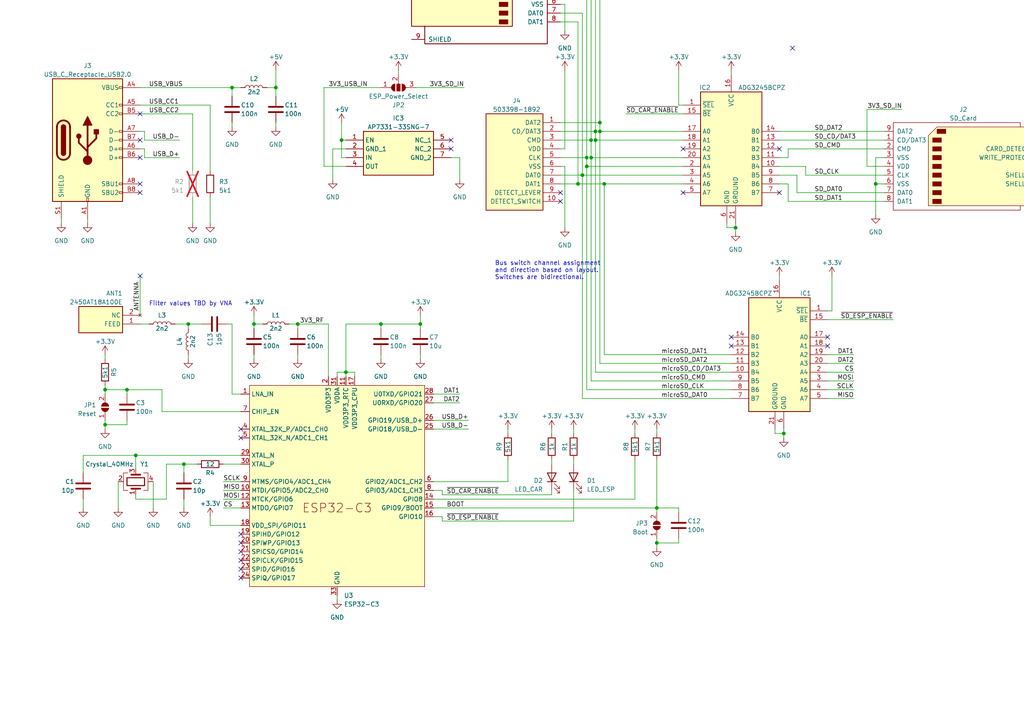
<source format=kicad_sch>
(kicad_sch (version 20230121) (generator eeschema)
  (paper "A4")
  (title_block (title "WiFi SD Adapter") (date "2024-02-13") (rev "v2.3.0") (company "Author: Max Zuidberg") (comment 1 "License: CERN-OHL-W v2 or later"))
  (lib_symbols
    (symbol "Connector:Micro_SD_Card" (pin_names (offset 1.016))
      (property "Reference" "J" (at -16.51 15.24 0))
      (property "Value" "Micro_SD_Card" (at 16.51 15.24 0))
      (symbol "Micro_SD_Card_1_1"
        (pin bidirectional line (at -22.86 7.62 0) (length 3.81) (name "DAT2") (number "1"))
        (pin bidirectional line (at -22.86 5.08 0) (length 3.81) (name "DAT3/CD") (number "2"))
        (pin input line (at -22.86 2.54 0) (length 3.81) (name "CMD") (number "3"))
        (pin power_in line (at -22.86 0 0) (length 3.81) (name "VDD") (number "4"))
        (pin input line (at -22.86 -2.54 0) (length 3.81) (name "CLK") (number "5"))
        (pin power_in line (at -22.86 -5.08 0) (length 3.81) (name "VSS") (number "6"))
        (pin bidirectional line (at -22.86 -7.62 0) (length 3.81) (name "DAT0") (number "7"))
        (pin bidirectional line (at -22.86 -10.16 0) (length 3.81) (name "DAT1") (number "8"))
        (pin passive line (at 20.32 -15.24 180) (length 3.81) (name "SHIELD") (number "9"))
      )
    )
    (symbol "Connector:SD_Card" (pin_names (offset 1.016))
      (property "Reference" "J" (at -16.51 13.97 0))
      (property "Value" "SD_Card" (at 15.24 -13.97 0))
      (symbol "SD_Card_1_1"
        (pin input line (at -22.86 7.62 0) (length 2.54) (name "CD/DAT3") (number "1"))
        (pin input line (at 22.86 5.08 180) (length 2.54) (name "CARD_DETECT") (number "10"))
        (pin input line (at 22.86 2.54 180) (length 2.54) (name "WRITE_PROTECT") (number "11"))
        (pin input line (at 22.86 -2.54 180) (length 2.54) (name "SHELL1") (number "12"))
        (pin input line (at 22.86 -5.08 180) (length 2.54) (name "SHELL2") (number "13"))
        (pin input line (at -22.86 5.08 0) (length 2.54) (name "CMD") (number "2"))
        (pin power_in line (at -22.86 2.54 0) (length 2.54) (name "VSS") (number "3"))
        (pin power_in line (at -22.86 0 0) (length 2.54) (name "VDD") (number "4"))
        (pin input line (at -22.86 -2.54 0) (length 2.54) (name "CLK") (number "5"))
        (pin power_in line (at -22.86 -5.08 0) (length 2.54) (name "VSS") (number "6"))
        (pin input line (at -22.86 -7.62 0) (length 2.54) (name "DAT0") (number "7"))
        (pin input line (at -22.86 -10.16 0) (length 2.54) (name "DAT1") (number "8"))
        (pin input line (at -22.86 10.16 0) (length 2.54) (name "DAT2") (number "9"))
      )
    )
    (symbol "Connector:USB_C_Receptacle_USB2.0" (pin_names (offset 1.016))
      (property "Reference" "J" (at -10.16 19.05 0))
      (property "Value" "USB_C_Receptacle_USB2.0" (at 19.05 19.05 0))
      (symbol "USB_C_Receptacle_USB2.0_1_1"
        (pin passive line (at 0 -22.86 90) (length 5.08) (name "GND") (number "A1"))
        (pin passive line (at 0 -22.86 90) (length 5.08) hide (name "GND") (number "A12"))
        (pin passive line (at 15.24 15.24 180) (length 5.08) (name "VBUS") (number "A4"))
        (pin bidirectional line (at 15.24 10.16 180) (length 5.08) (name "CC1") (number "A5"))
        (pin bidirectional line (at 15.24 -2.54 180) (length 5.08) (name "D+") (number "A6"))
        (pin bidirectional line (at 15.24 2.54 180) (length 5.08) (name "D-") (number "A7"))
        (pin bidirectional line (at 15.24 -12.7 180) (length 5.08) (name "SBU1") (number "A8"))
        (pin passive line (at 15.24 15.24 180) (length 5.08) hide (name "VBUS") (number "A9"))
        (pin passive line (at 0 -22.86 90) (length 5.08) hide (name "GND") (number "B1"))
        (pin passive line (at 0 -22.86 90) (length 5.08) hide (name "GND") (number "B12"))
        (pin passive line (at 15.24 15.24 180) (length 5.08) hide (name "VBUS") (number "B4"))
        (pin bidirectional line (at 15.24 7.62 180) (length 5.08) (name "CC2") (number "B5"))
        (pin bidirectional line (at 15.24 -5.08 180) (length 5.08) (name "D+") (number "B6"))
        (pin bidirectional line (at 15.24 0 180) (length 5.08) (name "D-") (number "B7"))
        (pin bidirectional line (at 15.24 -15.24 180) (length 5.08) (name "SBU2") (number "B8"))
        (pin passive line (at 15.24 15.24 180) (length 5.08) hide (name "VBUS") (number "B9"))
        (pin passive line (at -7.62 -22.86 90) (length 5.08) (name "SHIELD") (number "S1"))
      )
    )
    (symbol "Device:C" (pin_numbers hide) (pin_names (offset 0.254))
      (property "Reference" "C" (at 0.635 2.54 0))
      (property "Value" "C" (at 0.635 -2.54 0))
      (symbol "C_1_1"
        (pin passive line (at 0 3.81 270) (length 2.794) (name "~") (number "1"))
        (pin passive line (at 0 -3.81 90) (length 2.794) (name "~") (number "2"))
      )
    )
    (symbol "Device:Crystal_GND24" (pin_names (offset 1.016) hide)
      (property "Reference" "Y" (at 3.175 5.08 0))
      (property "Value" "Crystal_GND24" (at 3.175 3.175 0))
      (symbol "Crystal_GND24_1_1"
        (pin passive line (at -3.81 0 0) (length 1.27) (name "1") (number "1"))
        (pin passive line (at 0 5.08 270) (length 1.27) (name "2") (number "2"))
        (pin passive line (at 3.81 0 180) (length 1.27) (name "3") (number "3"))
        (pin passive line (at 0 -5.08 90) (length 1.27) (name "4") (number "4"))
      )
    )
    (symbol "Device:L" (pin_numbers hide) (pin_names (offset 1.016) hide)
      (property "Reference" "L" (at -1.27 0 90))
      (property "Value" "L" (at 1.905 0 90))
      (symbol "L_1_1"
        (pin passive line (at 0 3.81 270) (length 1.27) (name "1") (number "1"))
        (pin passive line (at 0 -3.81 90) (length 1.27) (name "2") (number "2"))
      )
    )
    (symbol "Device:LED" (pin_numbers hide) (pin_names (offset 1.016) hide)
      (property "Reference" "D" (at 0 2.54 0))
      (property "Value" "LED" (at 0 -2.54 0))
      (symbol "LED_1_1"
        (pin passive line (at -3.81 0 0) (length 2.54) (name "K") (number "1"))
        (pin passive line (at 3.81 0 180) (length 2.54) (name "A") (number "2"))
      )
    )
    (symbol "Device:R" (pin_numbers hide) (pin_names (offset 0))
      (property "Reference" "R" (at 2.032 0 90))
      (property "Value" "R" (at 0 0 90))
      (symbol "R_1_1"
        (pin passive line (at 0 3.81 270) (length 1.27) (name "~") (number "1"))
        (pin passive line (at 0 -3.81 90) (length 1.27) (name "~") (number "2"))
      )
    )
    (symbol "Jumper:SolderJumper_2_Open" (pin_names (offset 0) hide)
      (property "Reference" "JP" (at 0 2.032 0))
      (property "Value" "SolderJumper_2_Open" (at 0 -2.54 0))
      (symbol "SolderJumper_2_Open_1_1"
        (pin passive line (at -3.81 0 0) (length 2.54) (name "A") (number "1"))
        (pin passive line (at 3.81 0 180) (length 2.54) (name "B") (number "2"))
      )
    )
    (symbol "Jumper:SolderJumper_3_Open" (pin_names (offset 0) hide)
      (property "Reference" "JP" (at -2.54 -2.54 0))
      (property "Value" "SolderJumper_3_Open" (at 0 2.794 0))
      (symbol "SolderJumper_3_Open_1_1"
        (pin passive line (at -5.08 0 0) (length 2.54) (name "A") (number "1"))
        (pin passive line (at 0 -3.81 90) (length 2.54) (name "C") (number "2"))
        (pin passive line (at 5.08 0 180) (length 2.54) (name "B") (number "3"))
      )
    )
    (symbol "PCM_Espressif:ESP32-C3"
      (property "Reference" "U" (at -25.4 35.56 0))
      (property "Value" "ESP32-C3" (at -25.4 33.02 0))
      (symbol "ESP32-C3_0_0"
        (text "ESP32-C3" (at 0 -5.08 0) (effects (font (size 2.54 2.54))))
        (pin bidirectional line (at -27.94 27.94 0) (length 2.54) (name "LNA_IN") (number "1"))
        (pin bidirectional line (at -27.94 0 0) (length 2.54) (name "MTDI/GPIO5/ADC2_CH0") (number "10"))
        (pin power_in line (at 2.54 33.02 270) (length 2.54) (name "VDD3P3_RTC") (number "11"))
        (pin bidirectional line (at -27.94 -2.54 0) (length 2.54) (name "MTCK/GPIO6") (number "12"))
        (pin bidirectional line (at -27.94 -5.08 0) (length 2.54) (name "MTDO/GPIO7") (number "13"))
        (pin bidirectional line (at 27.94 -2.54 180) (length 2.54) (name "GPIO8") (number "14"))
        (pin bidirectional line (at 27.94 -5.08 180) (length 2.54) (name "GPIO9/BOOT") (number "15"))
        (pin bidirectional line (at 27.94 -7.62 180) (length 2.54) (name "GPIO10") (number "16"))
        (pin power_in line (at 5.08 33.02 270) (length 2.54) (name "VDD3P3_CPU") (number "17"))
        (pin bidirectional line (at -27.94 -10.16 0) (length 2.54) (name "VDD_SPI/GPIO11") (number "18"))
        (pin bidirectional line (at -27.94 -12.7 0) (length 2.54) (name "SPIHD/GPIO12") (number "19"))
        (pin power_in line (at -2.54 33.02 270) (length 2.54) (name "VDD3P3") (number "2"))
        (pin bidirectional line (at -27.94 -15.24 0) (length 2.54) (name "SPIWP/GPIO13") (number "20"))
        (pin bidirectional line (at -27.94 -17.78 0) (length 2.54) (name "SPICS0/GPIO14") (number "21"))
        (pin bidirectional line (at -27.94 -20.32 0) (length 2.54) (name "SPICLK/GPIO15") (number "22"))
        (pin bidirectional line (at -27.94 -22.86 0) (length 2.54) (name "SPID/GPIO16") (number "23"))
        (pin bidirectional line (at -27.94 -25.4 0) (length 2.54) (name "SPIQ/GPIO17") (number "24"))
        (pin bidirectional line (at 27.94 17.78 180) (length 2.54) (name "GPIO18/USB_D-") (number "25"))
        (pin bidirectional line (at 27.94 20.32 180) (length 2.54) (name "GPIO19/USB_D+") (number "26"))
        (pin bidirectional line (at 27.94 25.4 180) (length 2.54) (name "U0RXD/GPIO20") (number "27"))
        (pin bidirectional line (at 27.94 27.94 180) (length 2.54) (name "U0TXD/GPIO21") (number "28"))
        (pin output line (at -27.94 10.16 0) (length 2.54) (name "XTAL_N") (number "29"))
        (pin input line (at -27.94 7.62 0) (length 2.54) (name "XTAL_P") (number "30"))
        (pin power_in line (at 0 33.02 270) (length 2.54) (name "VDDA") (number "31"))
        (pin power_in line (at 0 -30.48 90) (length 2.54) (name "GND") (number "33"))
        (pin output line (at -27.94 17.78 0) (length 2.54) (name "XTAL_32K_P/ADC1_CH0") (number "4"))
        (pin input line (at -27.94 15.24 0) (length 2.54) (name "XTAL_32K_N/ADC1_CH1") (number "5"))
        (pin bidirectional line (at 27.94 2.54 180) (length 2.54) (name "GPIO2/ADC1_CH2") (number "6"))
        (pin input line (at -27.94 22.86 0) (length 2.54) (name "CHIP_EN") (number "7"))
        (pin bidirectional line (at 27.94 0 180) (length 2.54) (name "GPIO3/ADC1_CH3") (number "8"))
        (pin bidirectional line (at -27.94 2.54 0) (length 2.54) (name "MTMS/GPIO4/ADC1_CH4") (number "9"))
      )
      (symbol "ESP32-C3_0_1"
        (pin passive line (at -2.54 33.02 270) (length 2.54) hide (name "VDD3P3") (number "3"))
        (pin passive line (at 0 33.02 270) (length 2.54) hide (name "VDDA") (number "32"))
      )
    )
    (symbol "SamacSys_Parts:2450AT14A0100T"
      (property "Reference" "ANT" (at 19.05 7.62 0))
      (property "Value" "2450AT14A0100T" (at 19.05 5.08 0))
      (symbol "2450AT14A0100T_1_1"
        (pin input line (at 0 0 0) (length 5.08) (name "FEED") (number "1"))
        (pin no_connect line (at 0 -2.54 0) (length 5.08) (name "NC") (number "2"))
      )
    )
    (symbol "SamacSys_Parts:503398-1892"
      (property "Reference" "J" (at 8.89 6.35 0))
      (property "Value" "503398-1892" (at -6.35 16.51 0))
      (symbol "503398-1892_1_1"
        (pin passive line (at 12.7 11.43 180) (length 5.08) (name "DAT2") (number "1"))
        (pin passive line (at 12.7 -11.43 180) (length 5.08) (name "DETECT_SWITCH") (number "10"))
        (pin passive line (at 12.7 8.89 180) (length 5.08) (name "CD/DAT3") (number "2"))
        (pin passive line (at 12.7 6.35 180) (length 5.08) (name "CMD") (number "3"))
        (pin passive line (at 12.7 3.81 180) (length 5.08) (name "VDD") (number "4"))
        (pin passive line (at 12.7 1.27 180) (length 5.08) (name "CLK") (number "5"))
        (pin passive line (at 12.7 -1.27 180) (length 5.08) (name "VSS") (number "6"))
        (pin passive line (at 12.7 -3.81 180) (length 5.08) (name "DAT0") (number "7"))
        (pin passive line (at 12.7 -6.35 180) (length 5.08) (name "DAT1") (number "8"))
        (pin passive line (at 12.7 -8.89 180) (length 5.08) (name "DETECT_LEVER") (number "9"))
      )
    )
    (symbol "SamacSys_Parts:ADG3245BCPZ"
      (property "Reference" "IC" (at -7.62 22.86 0))
      (property "Value" "ADG3245BCPZ" (at 1.27 22.86 0))
      (symbol "ADG3245BCPZ_1_1"
        (pin passive line (at -13.97 16.51 0) (length 5.08) (name "~{SEL}") (number "1"))
        (pin passive line (at 13.97 -1.27 180) (length 5.08) (name "B4") (number "10"))
        (pin passive line (at 13.97 1.27 180) (length 5.08) (name "B3") (number "11"))
        (pin passive line (at 13.97 3.81 180) (length 5.08) (name "B2") (number "12"))
        (pin passive line (at 13.97 6.35 180) (length 5.08) (name "B1") (number "13"))
        (pin passive line (at 13.97 8.89 180) (length 5.08) (name "B0") (number "14"))
        (pin passive line (at -13.97 13.97 0) (length 5.08) (name "~{BE}") (number "15"))
        (pin passive line (at 0 25.4 270) (length 5.08) (name "VCC") (number "16"))
        (pin passive line (at -13.97 8.89 0) (length 5.08) (name "A0") (number "17"))
        (pin passive line (at -13.97 6.35 0) (length 5.08) (name "A1") (number "18"))
        (pin passive line (at -13.97 3.81 0) (length 5.08) (name "A2") (number "19"))
        (pin passive line (at -13.97 -1.27 0) (length 5.08) (name "A4") (number "2"))
        (pin passive line (at -13.97 1.27 0) (length 5.08) (name "A3") (number "20"))
        (pin passive line (at 1.27 -17.78 90) (length 5.08) (name "GROUND") (number "21"))
        (pin passive line (at -13.97 -3.81 0) (length 5.08) (name "A5") (number "3"))
        (pin passive line (at -13.97 -6.35 0) (length 5.08) (name "A6") (number "4"))
        (pin passive line (at -13.97 -8.89 0) (length 5.08) (name "A7") (number "5"))
        (pin passive line (at -1.27 -17.78 90) (length 5.08) (name "GND") (number "6"))
        (pin passive line (at 13.97 -8.89 180) (length 5.08) (name "B7") (number "7"))
        (pin passive line (at 13.97 -6.35 180) (length 5.08) (name "B6") (number "8"))
        (pin passive line (at 13.97 -3.81 180) (length 5.08) (name "B5") (number "9"))
      )
    )
    (symbol "SamacSys_Parts:AP7331-33SNG-7"
      (property "Reference" "IC" (at 26.67 7.62 0))
      (property "Value" "AP7331-33SNG-7" (at 26.67 5.08 0))
      (symbol "AP7331-33SNG-7_1_1"
        (pin passive line (at 0 0 0) (length 5.08) (name "EN") (number "1"))
        (pin passive line (at 0 -2.54 0) (length 5.08) (name "GND_1") (number "2"))
        (pin passive line (at 0 -5.08 0) (length 5.08) (name "IN") (number "3"))
        (pin passive line (at 0 -7.62 0) (length 5.08) (name "OUT") (number "4"))
        (pin passive line (at 30.48 0 180) (length 5.08) (name "NC_1") (number "5"))
        (pin passive line (at 30.48 -2.54 180) (length 5.08) (name "NC_2") (number "6"))
        (pin passive line (at 30.48 -5.08 180) (length 5.08) (name "GND_2") (number "7"))
      )
    )
    (symbol "power:+3.3V" (power) (pin_names (offset 0))
      (property "Value" "+3.3V" (at 0 3.556 0))
      (symbol "+3.3V_1_1"
        (pin power_in line (at 0 0 90) (length 0) hide (name "+3.3V") (number "1"))
      )
    )
    (symbol "power:+5V" (power) (pin_names (offset 0))
      (property "Value" "+5V" (at 0 3.556 0))
      (symbol "+5V_1_1"
        (pin power_in line (at 0 0 90) (length 0) hide (name "+5V") (number "1"))
      )
    )
    (symbol "power:GND" (power) (pin_names (offset 0))
      (property "Value" "GND" (at 0 -3.81 0))
      (symbol "GND_1_1"
        (pin power_in line (at 0 0 270) (length 0) hide (name "GND") (number "1"))
      )
    )
  )
  (junction (at 54.61 93.98))
  (junction (at 53.34 134.62))
  (junction (at 190.5 147.32))
  (junction (at 173.99 38.1))
  (junction (at 172.72 38.1))
  (junction (at 36.83 113.03))
  (junction (at 100.33 107.95))
  (junction (at 39.37 132.08))
  (junction (at 172.72 40.64))
  (junction (at 168.91 50.8))
  (junction (at 171.45 45.72))
  (junction (at 254 53.34))
  (junction (at 173.99 35.56))
  (junction (at 110.49 93.98))
  (junction (at 175.26 53.34))
  (junction (at 99.06 40.64))
  (junction (at 170.18 45.72))
  (junction (at 190.5 157.48))
  (junction (at 30.48 123.19))
  (junction (at 73.66 93.98))
  (junction (at 80.01 25.4))
  (junction (at 227.33 125.73))
  (junction (at 86.36 93.98))
  (junction (at 30.48 113.03))
  (junction (at 171.45 40.64))
  (junction (at 213.36 66.04))
  (junction (at 67.31 25.4))
  (junction (at 170.18 48.26))
  (junction (at 121.92 93.98))
  (junction (at 167.64 53.34))
  (no_connect (at 226.06 43.18))
  (no_connect (at 162.56 58.42))
  (no_connect (at 40.64 80.01))
  (no_connect (at 302.26 53.34))
  (no_connect (at 226.06 55.88))
  (no_connect (at 40.64 33.02))
  (no_connect (at 69.85 127))
  (no_connect (at 240.03 97.79))
  (no_connect (at 69.85 160.02))
  (no_connect (at 69.85 165.1))
  (no_connect (at 69.85 167.64))
  (no_connect (at 302.26 45.72))
  (no_connect (at 69.85 154.94))
  (no_connect (at 162.56 55.88))
  (no_connect (at 69.85 157.48))
  (no_connect (at 40.64 53.34))
  (no_connect (at 212.09 97.79))
  (no_connect (at 69.85 124.46))
  (no_connect (at 229.87 13.97))
  (no_connect (at 130.81 40.64))
  (no_connect (at 40.64 45.72))
  (no_connect (at 240.03 100.33))
  (no_connect (at 198.12 55.88))
  (no_connect (at 198.12 43.18))
  (no_connect (at 40.64 40.64))
  (no_connect (at 40.64 55.88))
  (no_connect (at 302.26 50.8))
  (no_connect (at 212.09 100.33))
  (no_connect (at 302.26 43.18))
  (no_connect (at 130.81 43.18))
  (no_connect (at 69.85 162.56))
  (wire (pts (xy 24.13 132.08) (xy 39.37 132.08)))
  (wire (pts (xy 184.15 124.46) (xy 184.15 125.73)))
  (wire (pts (xy 173.99 35.56) (xy 173.99 38.1)))
  (wire (pts (xy 166.37 133.35) (xy 166.37 134.62)))
  (wire (pts (xy 172.72 40.64) (xy 198.12 40.64)))
  (wire (pts (xy 163.83 20.32) (xy 163.83 43.18)))
  (wire (pts (xy 121.92 91.44) (xy 121.92 93.98)))
  (wire (pts (xy 163.83 -16.51) (xy 163.83 -3.81)))
  (wire (pts (xy 228.6 58.42) (xy 228.6 53.34)))
  (wire (pts (xy 36.83 113.03) (xy 36.83 114.3)))
  (wire (pts (xy 86.36 102.87) (xy 86.36 104.14)))
  (wire (pts (xy 83.82 93.98) (xy 86.36 93.98)))
  (wire (pts (xy 39.37 143.51) (xy 39.37 144.78)))
  (wire (pts (xy 60.96 57.15) (xy 60.96 64.77)))
  (wire (pts (xy 196.85 157.48) (xy 190.5 157.48)))
  (wire (pts (xy 125.73 139.7) (xy 147.32 139.7)))
  (wire (pts (xy 67.31 25.4) (xy 69.85 25.4)))
  (wire (pts (xy 190.5 133.35) (xy 190.5 147.32)))
  (wire (pts (xy 228.6 45.72) (xy 228.6 43.18)))
  (wire (pts (xy 163.83 43.18) (xy 162.56 43.18)))
  (wire (pts (xy 97.79 107.95) (xy 97.79 109.22)))
  (wire (pts (xy 227.33 125.73) (xy 227.33 127)))
  (wire (pts (xy 190.5 157.48) (xy 190.5 158.75)))
  (wire (pts (xy 67.31 93.98) (xy 67.31 114.3)))
  (wire (pts (xy 172.72 40.64) (xy 172.72 107.95)))
  (wire (pts (xy 226.06 48.26) (xy 233.68 48.26)))
  (wire (pts (xy 162.56 50.8) (xy 168.91 50.8)))
  (wire (pts (xy 170.18 -1.27) (xy 170.18 45.72)))
  (wire (pts (xy 125.73 144.78) (xy 184.15 144.78)))
  (wire (pts (xy 125.73 124.46) (xy 135.89 124.46)))
  (wire (pts (xy 133.35 45.72) (xy 130.81 45.72)))
  (wire (pts (xy 163.83 1.27) (xy 162.56 1.27)))
  (wire (pts (xy 162.56 38.1) (xy 172.72 38.1)))
  (wire (pts (xy 64.77 147.32) (xy 69.85 147.32)))
  (wire (pts (xy 66.04 93.98) (xy 67.31 93.98)))
  (wire (pts (xy 163.83 48.26) (xy 163.83 66.04)))
  (wire (pts (xy 30.48 102.87) (xy 30.48 104.14)))
  (wire (pts (xy 213.36 64.77) (xy 213.36 66.04)))
  (wire (pts (xy 40.64 93.98) (xy 43.18 93.98)))
  (wire (pts (xy 226.06 38.1) (xy 256.54 38.1)))
  (wire (pts (xy 39.37 132.08) (xy 39.37 135.89)))
  (wire (pts (xy 128.27 151.13) (xy 128.27 149.86)))
  (wire (pts (xy 96.52 43.18) (xy 96.52 52.07)))
  (wire (pts (xy 46.99 113.03) (xy 46.99 119.38)))
  (wire (pts (xy 213.36 66.04) (xy 213.36 67.31)))
  (wire (pts (xy 99.06 35.56) (xy 99.06 40.64)))
  (wire (pts (xy 64.77 144.78) (xy 69.85 144.78)))
  (wire (pts (xy 60.96 149.86) (xy 60.96 152.4)))
  (wire (pts (xy 175.26 53.34) (xy 198.12 53.34)))
  (wire (pts (xy 30.48 124.46) (xy 30.48 123.19)))
  (wire (pts (xy 171.45 40.64) (xy 171.45 45.72)))
  (wire (pts (xy 163.83 48.26) (xy 162.56 48.26)))
  (wire (pts (xy 115.57 20.32) (xy 115.57 21.59)))
  (wire (pts (xy 254 53.34) (xy 254 45.72)))
  (wire (pts (xy 86.36 93.98) (xy 86.36 95.25)))
  (wire (pts (xy 40.64 43.18) (xy 41.91 43.18)))
  (wire (pts (xy 60.96 30.48) (xy 60.96 49.53)))
  (wire (pts (xy 30.48 114.3) (xy 30.48 113.03)))
  (wire (pts (xy 121.92 93.98) (xy 110.49 93.98)))
  (wire (pts (xy 147.32 124.46) (xy 147.32 125.73)))
  (wire (pts (xy 102.87 107.95) (xy 102.87 109.22)))
  (wire (pts (xy 48.26 134.62) (xy 53.34 134.62)))
  (wire (pts (xy 53.34 144.78) (xy 53.34 147.32)))
  (wire (pts (xy 162.56 -3.81) (xy 163.83 -3.81)))
  (wire (pts (xy 162.56 -8.89) (xy 172.72 -8.89)))
  (wire (pts (xy 24.13 144.78) (xy 24.13 147.32)))
  (wire (pts (xy 41.91 40.64) (xy 52.07 40.64)))
  (wire (pts (xy 190.5 124.46) (xy 190.5 125.73)))
  (wire (pts (xy 55.88 33.02) (xy 55.88 49.53)))
  (wire (pts (xy 256.54 48.26) (xy 251.46 48.26)))
  (wire (pts (xy 110.49 93.98) (xy 100.33 93.98)))
  (wire (pts (xy 162.56 53.34) (xy 167.64 53.34)))
  (wire (pts (xy 133.35 45.72) (xy 133.35 52.07)))
  (wire (pts (xy 17.78 63.5) (xy 17.78 64.77)))
  (wire (pts (xy 100.33 107.95) (xy 100.33 109.22)))
  (wire (pts (xy 55.88 57.15) (xy 55.88 64.77)))
  (wire (pts (xy 128.27 143.51) (xy 160.02 143.51)))
  (wire (pts (xy 64.77 139.7) (xy 69.85 139.7)))
  (wire (pts (xy 30.48 121.92) (xy 30.48 123.19)))
  (wire (pts (xy 73.66 93.98) (xy 76.2 93.98)))
  (wire (pts (xy 256.54 55.88) (xy 231.14 55.88)))
  (wire (pts (xy 162.56 3.81) (xy 168.91 3.81)))
  (wire (pts (xy 196.85 30.48) (xy 198.12 30.48)))
  (wire (pts (xy 93.98 25.4) (xy 93.98 48.26)))
  (wire (pts (xy 80.01 35.56) (xy 80.01 36.83)))
  (wire (pts (xy 224.79 125.73) (xy 227.33 125.73)))
  (wire (pts (xy 41.91 45.72) (xy 52.07 45.72)))
  (wire (pts (xy 231.14 55.88) (xy 231.14 50.8)))
  (wire (pts (xy 167.64 6.35) (xy 167.64 53.34)))
  (wire (pts (xy 168.91 50.8) (xy 168.91 115.57)))
  (wire (pts (xy 190.5 148.59) (xy 190.5 147.32)))
  (wire (pts (xy 125.73 121.92) (xy 135.89 121.92)))
  (wire (pts (xy 34.29 139.7) (xy 34.29 147.32)))
  (wire (pts (xy 39.37 132.08) (xy 69.85 132.08)))
  (wire (pts (xy 73.66 102.87) (xy 73.66 104.14)))
  (wire (pts (xy 240.03 107.95) (xy 247.65 107.95)))
  (wire (pts (xy 41.91 43.18) (xy 41.91 45.72)))
  (wire (pts (xy 110.49 102.87) (xy 110.49 104.14)))
  (wire (pts (xy 80.01 25.4) (xy 80.01 27.94)))
  (wire (pts (xy 73.66 95.25) (xy 73.66 93.98)))
  (wire (pts (xy 173.99 38.1) (xy 198.12 38.1)))
  (wire (pts (xy 181.61 33.02) (xy 198.12 33.02)))
  (wire (pts (xy 240.03 92.71) (xy 259.08 92.71)))
  (wire (pts (xy 100.33 107.95) (xy 97.79 107.95)))
  (wire (pts (xy 240.03 102.87) (xy 247.65 102.87)))
  (wire (pts (xy 162.56 45.72) (xy 170.18 45.72)))
  (wire (pts (xy 60.96 30.48) (xy 40.64 30.48)))
  (wire (pts (xy 254 53.34) (xy 254 62.23)))
  (wire (pts (xy 54.61 93.98) (xy 58.42 93.98)))
  (wire (pts (xy 36.83 123.19) (xy 30.48 123.19)))
  (wire (pts (xy 256.54 50.8) (xy 233.68 50.8)))
  (wire (pts (xy 40.64 25.4) (xy 67.31 25.4)))
  (wire (pts (xy 254 53.34) (xy 256.54 53.34)))
  (wire (pts (xy 110.49 93.98) (xy 110.49 95.25)))
  (wire (pts (xy 173.99 38.1) (xy 173.99 105.41)))
  (wire (pts (xy 95.25 93.98) (xy 95.25 109.22)))
  (wire (pts (xy 67.31 35.56) (xy 67.31 36.83)))
  (wire (pts (xy 93.98 25.4) (xy 110.49 25.4)))
  (wire (pts (xy 162.56 40.64) (xy 171.45 40.64)))
  (wire (pts (xy 170.18 45.72) (xy 170.18 48.26)))
  (wire (pts (xy 24.13 132.08) (xy 24.13 137.16)))
  (wire (pts (xy 166.37 124.46) (xy 166.37 125.73)))
  (wire (pts (xy 96.52 43.18) (xy 100.33 43.18)))
  (wire (pts (xy 241.3 80.01) (xy 241.3 90.17)))
  (wire (pts (xy 100.33 45.72) (xy 99.06 45.72)))
  (wire (pts (xy 228.6 43.18) (xy 256.54 43.18)))
  (wire (pts (xy 251.46 31.75) (xy 261.62 31.75)))
  (wire (pts (xy 251.46 31.75) (xy 251.46 48.26)))
  (wire (pts (xy 120.65 25.4) (xy 134.62 25.4)))
  (wire (pts (xy 102.87 107.95) (xy 100.33 107.95)))
  (wire (pts (xy 53.34 134.62) (xy 53.34 137.16)))
  (wire (pts (xy 240.03 110.49) (xy 247.65 110.49)))
  (wire (pts (xy 55.88 33.02) (xy 40.64 33.02)))
  (wire (pts (xy 196.85 147.32) (xy 196.85 148.59)))
  (wire (pts (xy 160.02 124.46) (xy 160.02 125.73)))
  (wire (pts (xy 256.54 58.42) (xy 228.6 58.42)))
  (wire (pts (xy 173.99 105.41) (xy 212.09 105.41)))
  (wire (pts (xy 210.82 64.77) (xy 210.82 66.04)))
  (wire (pts (xy 240.03 105.41) (xy 247.65 105.41)))
  (wire (pts (xy 97.79 172.72) (xy 97.79 173.99)))
  (wire (pts (xy 226.06 45.72) (xy 228.6 45.72)))
  (wire (pts (xy 41.91 38.1) (xy 41.91 40.64)))
  (wire (pts (xy 175.26 102.87) (xy 212.09 102.87)))
  (wire (pts (xy 227.33 124.46) (xy 227.33 125.73)))
  (wire (pts (xy 39.37 144.78) (xy 48.26 144.78)))
  (wire (pts (xy 162.56 -11.43) (xy 173.99 -11.43)))
  (wire (pts (xy 212.09 20.32) (xy 212.09 21.59)))
  (wire (pts (xy 40.64 38.1) (xy 41.91 38.1)))
  (wire (pts (xy 147.32 133.35) (xy 147.32 139.7)))
  (wire (pts (xy 210.82 66.04) (xy 213.36 66.04)))
  (wire (pts (xy 80.01 20.32) (xy 80.01 25.4)))
  (wire (pts (xy 64.77 134.62) (xy 69.85 134.62)))
  (wire (pts (xy 48.26 144.78) (xy 48.26 134.62)))
  (wire (pts (xy 100.33 93.98) (xy 100.33 107.95)))
  (wire (pts (xy 226.06 53.34) (xy 228.6 53.34)))
  (wire (pts (xy 171.45 -6.35) (xy 171.45 40.64)))
  (wire (pts (xy 254 45.72) (xy 256.54 45.72)))
  (wire (pts (xy 166.37 142.24) (xy 166.37 151.13)))
  (wire (pts (xy 36.83 113.03) (xy 46.99 113.03)))
  (wire (pts (xy 128.27 149.86) (xy 125.73 149.86)))
  (wire (pts (xy 99.06 40.64) (xy 100.33 40.64)))
  (wire (pts (xy 170.18 48.26) (xy 170.18 113.03)))
  (wire (pts (xy 44.45 139.7) (xy 44.45 147.32)))
  (wire (pts (xy 190.5 156.21) (xy 190.5 157.48)))
  (wire (pts (xy 175.26 53.34) (xy 175.26 102.87)))
  (wire (pts (xy 93.98 48.26) (xy 100.33 48.26)))
  (wire (pts (xy 128.27 143.51) (xy 128.27 142.24)))
  (wire (pts (xy 172.72 -8.89) (xy 172.72 38.1)))
  (wire (pts (xy 160.02 142.24) (xy 160.02 143.51)))
  (wire (pts (xy 170.18 48.26) (xy 198.12 48.26)))
  (wire (pts (xy 168.91 115.57) (xy 212.09 115.57)))
  (wire (pts (xy 170.18 113.03) (xy 212.09 113.03)))
  (wire (pts (xy 240.03 115.57) (xy 247.65 115.57)))
  (wire (pts (xy 64.77 142.24) (xy 69.85 142.24)))
  (wire (pts (xy 128.27 151.13) (xy 166.37 151.13)))
  (wire (pts (xy 173.99 -11.43) (xy 173.99 35.56)))
  (wire (pts (xy 54.61 102.87) (xy 54.61 104.14)))
  (wire (pts (xy 233.68 50.8) (xy 233.68 48.26)))
  (wire (pts (xy 125.73 116.84) (xy 133.35 116.84)))
  (wire (pts (xy 240.03 113.03) (xy 247.65 113.03)))
  (wire (pts (xy 50.8 93.98) (xy 54.61 93.98)))
  (wire (pts (xy 54.61 93.98) (xy 54.61 95.25)))
  (wire (pts (xy 226.06 80.01) (xy 226.06 81.28)))
  (wire (pts (xy 40.64 80.01) (xy 40.64 91.44)))
  (wire (pts (xy 196.85 156.21) (xy 196.85 157.48)))
  (wire (pts (xy 60.96 152.4) (xy 69.85 152.4)))
  (wire (pts (xy 160.02 133.35) (xy 160.02 134.62)))
  (wire (pts (xy 196.85 20.32) (xy 196.85 30.48)))
  (wire (pts (xy 226.06 50.8) (xy 231.14 50.8)))
  (wire (pts (xy 168.91 50.8) (xy 198.12 50.8)))
  (wire (pts (xy 53.34 134.62) (xy 57.15 134.62)))
  (wire (pts (xy 172.72 107.95) (xy 212.09 107.95)))
  (wire (pts (xy 128.27 142.24) (xy 125.73 142.24)))
  (wire (pts (xy 190.5 147.32) (xy 196.85 147.32)))
  (wire (pts (xy 67.31 114.3) (xy 69.85 114.3)))
  (wire (pts (xy 167.64 53.34) (xy 175.26 53.34)))
  (wire (pts (xy 73.66 91.44) (xy 73.66 93.98)))
  (wire (pts (xy 125.73 114.3) (xy 133.35 114.3)))
  (wire (pts (xy 224.79 124.46) (xy 224.79 125.73)))
  (wire (pts (xy 162.56 -1.27) (xy 170.18 -1.27)))
  (wire (pts (xy 67.31 27.94) (xy 67.31 25.4)))
  (wire (pts (xy 36.83 121.92) (xy 36.83 123.19)))
  (wire (pts (xy 226.06 40.64) (xy 256.54 40.64)))
  (wire (pts (xy 168.91 3.81) (xy 168.91 50.8)))
  (wire (pts (xy 46.99 119.38) (xy 69.85 119.38)))
  (wire (pts (xy 172.72 38.1) (xy 172.72 40.64)))
  (wire (pts (xy 121.92 102.87) (xy 121.92 104.14)))
  (wire (pts (xy 121.92 93.98) (xy 121.92 95.25)))
  (wire (pts (xy 241.3 90.17) (xy 240.03 90.17)))
  (wire (pts (xy 171.45 110.49) (xy 212.09 110.49)))
  (wire (pts (xy 171.45 45.72) (xy 198.12 45.72)))
  (wire (pts (xy 86.36 93.98) (xy 95.25 93.98)))
  (wire (pts (xy 25.4 63.5) (xy 25.4 64.77)))
  (wire (pts (xy 30.48 111.76) (xy 30.48 113.03)))
  (wire (pts (xy 77.47 25.4) (xy 80.01 25.4)))
  (wire (pts (xy 36.83 113.03) (xy 30.48 113.03)))
  (wire (pts (xy 184.15 133.35) (xy 184.15 144.78)))
  (wire (pts (xy 163.83 1.27) (xy 163.83 8.89)))
  (wire (pts (xy 162.56 35.56) (xy 173.99 35.56)))
  (wire (pts (xy 167.64 6.35) (xy 162.56 6.35)))
  (wire (pts (xy 99.06 40.64) (xy 99.06 45.72)))
  (wire (pts (xy 162.56 -6.35) (xy 171.45 -6.35)))
  (wire (pts (xy 125.73 147.32) (xy 190.5 147.32)))
  (wire (pts (xy 171.45 45.72) (xy 171.45 110.49)))
  (text "Bus switch channel assignment \nand direction based on layout. \nSwitches are bidirectional. " (at 143.51 81.28 0) (effects (font (size 1.27 1.27)) (justify left bottom)))
  (text "Filter values TBD by VNA" (at 43.18 88.9 0) (effects (font (size 1.27 1.27)) (justify left bottom)))
  (label "USB_D+" (at 135.89 121.92 180))
  (label "SCLK" (at 247.65 113.03 180))
  (label "USB_D-" (at 135.89 124.46 180))
  (label "~{SD_CAR_ENABLE}" (at 181.61 33.02 0))
  (label "CS" (at 64.77 147.32 0))
  (label "ANTENNA" (at 40.64 90.17 90))
  (label "~{SD_ESP_ENABLE}" (at 144.78 151.13 180))
  (label "microSD_CLK" (at 191.77 113.03 0))
  (label "MOSI" (at 247.65 110.49 180))
  (label "SD_DAT2" (at 236.22 38.1 0))
  (label "3V3_SD_IN" (at 134.62 25.4 180))
  (label "USB_VBUS" (at 43.18 25.4 0))
  (label "3V3_SD_IN" (at 261.62 31.75 180))
  (label "DAT2" (at 247.65 105.41 180))
  (label "USB_D+" (at 52.07 45.72 180))
  (label "SD_CLK" (at 236.22 50.8 0))
  (label "MISO" (at 64.77 142.24 0))
  (label "DAT1" (at 247.65 102.87 180))
  (label "SCLK" (at 64.77 139.7 0))
  (label "MOSI" (at 64.77 144.78 0))
  (label "microSD_DAT2" (at 191.77 105.41 0))
  (label "SD_CMD" (at 236.22 43.18 0))
  (label "microSD_DAT0" (at 191.77 115.57 0))
  (label "microSD_DAT1" (at 191.77 102.87 0))
  (label "SD_CD{slash}DAT3" (at 236.22 40.64 0))
  (label "USB_D-" (at 52.07 40.64 180))
  (label "3V3_RF" (at 93.98 93.98 180))
  (label "SD_DAT0" (at 236.22 55.88 0))
  (label "~{SD_ESP_ENABLE}" (at 259.08 92.71 180))
  (label "SD_DAT1" (at 236.22 58.42 0))
  (label "microSD_CD{slash}DAT3" (at 191.77 107.95 0))
  (label "~{SD_CAR_ENABLE}" (at 144.78 143.51 180))
  (label "DAT1" (at 133.35 114.3 180))
  (label "microSD_CMD" (at 191.77 110.49 0))
  (label "BOOT" (at 129.54 147.32 0))
  (label "USB_CC2" (at 43.18 33.02 0))
  (label "3V3_USB_IN" (at 95.25 25.4 0))
  (label "MISO" (at 247.65 115.57 180))
  (label "CS" (at 247.65 107.95 180))
  (label "DAT2" (at 133.35 116.84 180))
  (label "USB_CC1" (at 43.18 30.48 0))
  (symbol (lib_id "power:GND") (at 54.61 104.14 0) (unit 1)
    (property "Reference" "#PWR038" (effects hide))
    (property "Value" "GND" (at 54.61 109.22 0))
  )
  (symbol (lib_id "power:+3.3V") (at 147.32 124.46 0) (unit 1)
    (property "Reference" "#PWR040" (effects hide))
    (property "Value" "+3.3V" (at 147.32 120.65 0))
  )
  (symbol (lib_id "power:+5V") (at 80.01 20.32 0) (unit 1)
    (property "Reference" "#PWR020" (effects hide))
    (property "Value" "+5V" (at 80.01 16.51 0))
  )
  (symbol (lib_id "Device:R") (at 190.5 129.54 180) (unit 1)
    (property "Reference" "R7" (at 187.96 129.54 90))
    (property "Value" "5k1" (at 190.5 129.54 90))
    (property "Footprint" "Resistor_SMD:R_0603_1608Metric" (effects hide))
  )
  (symbol (lib_id "power:+3.3V") (at 184.15 124.46 0) (unit 1)
    (property "Reference" "#PWR039" (effects hide))
    (property "Value" "+3.3V" (at 184.15 120.65 0))
  )
  (symbol (lib_id "power:+3.3V") (at 241.3 80.01 0) (mirror y) (unit 1)
    (property "Reference" "#PWR031" (effects hide))
    (property "Value" "+3.3V" (at 241.3 76.2 0))
  )
  (symbol (lib_id "power:+3.3V") (at 121.92 91.44 0) (unit 1)
    (property "Reference" "#PWR010" (effects hide))
    (property "Value" "+3.3V" (at 121.92 87.63 0))
  )
  (symbol (lib_id "power:+3.3V") (at 190.5 124.46 0) (unit 1)
    (property "Reference" "#PWR014" (effects hide))
    (property "Value" "+3.3V" (at 190.5 120.65 0))
  )
  (symbol (lib_id "power:GND") (at 53.34 147.32 0) (unit 1)
    (property "Reference" "#PWR013" (effects hide))
    (property "Value" "GND" (at 53.34 152.4 0))
  )
  (symbol (lib_id "SamacSys_Parts:503398-1892") (at 149.86 46.99 0) (unit 1)
    (property "Reference" "J4" (at 149.86 29.21 0))
    (property "Value" "503398-1892" (at 149.86 31.75 0))
    (property "Footprint" "SamacSys_Parts:503398-1892" (effects hide))
    (property "Datasheet" "http://www.molex.com/webdocs/datasheets/pdf/en-us//5033981892_MEMORY_CARD_SOCKET.pdf" (effects hide))
    (property "Mouser Part Number" "538-503398-1892" (effects hide))
    (property "Mouser Price/Stock" "https://www.mouser.co.uk/ProductDetail/Molex/503398-1892?qs=b0v8CoHHvSMxV%252BW12iKaSg%3D%3D" (effects hide))
    (property "Manufacturer_Name" "Molex" (effects hide))
    (property "Manufacturer_Part_Number" "503398-1892" (effects hide))
  )
  (symbol (lib_id "Device:C") (at 110.49 99.06 0) (unit 1)
    (property "Reference" "C8" (at 113.03 97.79 0) (effects (justify left)))
    (property "Value" "100n" (at 113.03 100.33 0) (effects (justify left)))
    (property "Footprint" "Capacitor_SMD:C_0603_1608Metric" (effects hide))
    (property "Datasheet" "https://www.mouser.de/ProductDetail/KYOCERA-AVX/0603YC104K4T2A" (effects hide))
  )
  (symbol (lib_id "Device:R") (at 166.37 129.54 180) (unit 1)
    (property "Reference" "R1" (at 163.83 129.54 90))
    (property "Value" "1k" (at 166.37 129.54 90))
    (property "Footprint" "Resistor_SMD:R_0603_1608Metric" (effects hide))
  )
  (symbol (lib_id "power:+3.3V") (at 60.96 149.86 0) (unit 1)
    (property "Reference" "#PWR041" (effects hide))
    (property "Value" "+3.3V" (at 60.96 146.05 0))
  )
  (symbol (lib_id "Device:L") (at 73.66 25.4 90) (unit 1)
    (property "Reference" "L2" (at 73.66 22.86 90))
    (property "Value" "2n2" (at 73.66 26.67 90))
    (property "Footprint" "Inductor_SMD:L_0603_1608Metric" (effects hide))
  )
  (symbol (lib_id "Device:C") (at 73.66 99.06 0) (unit 1)
    (property "Reference" "C5" (at 76.2 97.79 0) (effects (justify left)))
    (property "Value" "100n" (at 76.2 100.33 0) (effects (justify left)))
    (property "Footprint" "Capacitor_SMD:C_0603_1608Metric" (effects hide))
    (property "Datasheet" "https://www.mouser.de/ProductDetail/KYOCERA-AVX/0603YC104K4T2A" (effects hide))
  )
  (symbol (lib_id "Device:C") (at 196.85 152.4 0) (unit 1)
    (property "Reference" "C12" (at 199.39 151.13 0) (effects (justify left)))
    (property "Value" "100n" (at 199.39 153.67 0) (effects (justify left)))
    (property "Footprint" "Capacitor_SMD:C_0603_1608Metric" (effects hide))
    (property "Datasheet" "https://www.mouser.de/ProductDetail/KYOCERA-AVX/0603YC104K4T2A" (effects hide))
  )
  (symbol (lib_id "power:+5V") (at 99.06 35.56 0) (mirror y) (unit 1)
    (property "Reference" "#PWR021" (effects hide))
    (property "Value" "+5V" (at 99.06 31.75 0))
  )
  (symbol (lib_id "power:GND") (at 55.88 64.77 0) (unit 1)
    (property "Reference" "#PWR018" (effects hide))
    (property "Value" "GND" (at 55.88 69.85 0))
  )
  (symbol (lib_id "Device:C") (at 36.83 118.11 0) (unit 1)
    (property "Reference" "C3" (at 39.37 116.84 0) (effects (justify left)))
    (property "Value" "100n" (at 39.37 119.38 0) (effects (justify left)))
    (property "Footprint" "Capacitor_SMD:C_0603_1608Metric" (effects hide))
    (property "Datasheet" "https://www.mouser.de/ProductDetail/KYOCERA-AVX/0603YC104K4T2A" (effects hide))
  )
  (symbol (lib_id "Device:C") (at 62.23 93.98 90) (mirror x) (unit 1)
    (property "Reference" "C13" (at 60.96 96.52 0) (effects (justify left)))
    (property "Value" "1p5" (at 63.5 96.52 0) (effects (justify left)))
    (property "Footprint" "Capacitor_SMD:C_0402_1005Metric" (effects hide))
    (property "Datasheet" "https://www.mouser.de/ProductDetail/KYOCERA-AVX/0603YA100K4T2A" (effects hide))
  )
  (symbol (lib_id "power:GND") (at 190.5 158.75 0) (mirror y) (unit 1)
    (property "Reference" "#PWR035" (effects hide))
    (property "Value" "GND" (at 190.5 163.83 0))
  )
  (symbol (lib_id "power:+3.3V") (at 166.37 124.46 0) (unit 1)
    (property "Reference" "#PWR034" (effects hide))
    (property "Value" "+3.3V" (at 166.37 120.65 0))
  )
  (symbol (lib_id "SamacSys_Parts:AP7331-33SNG-7") (at 100.33 40.64 0) (unit 1)
    (property "Reference" "IC3" (at 115.57 34.29 0))
    (property "Value" "AP7331-33SNG-7" (at 115.57 36.83 0))
    (property "Footprint" "SamacSys_Parts:AP733133SNG7" (effects hide))
    (property "Datasheet" "https://componentsearchengine.com/Datasheets/1/BCR421UFD-7.pdf" (effects hide))
    (property "Height" "0.63" (effects hide))
    (property "Mouser Part Number" "621-AP7331-33SNG-7" (effects hide))
    (property "Mouser Price/Stock" "https://www.mouser.co.uk/ProductDetail/Diodes-Incorporated/AP7331-33SNG-7?qs=vIZ3oKQCLxo6LMYU1Srd5A%3D%3D" (effects hide))
    (property "Manufacturer_Name" "Diodes Incorporated" (effects hide))
    (property "Manufacturer_Part_Number" "AP7331-33SNG-7" (effects hide))
  )
  (symbol (lib_id "power:GND") (at 34.29 147.32 0) (unit 1)
    (property "Reference" "#PWR09" (effects hide))
    (property "Value" "GND" (at 34.29 152.4 0))
  )
  (symbol (lib_id "Device:R") (at 55.88 53.34 0) (mirror y) (unit 1) (in_bom no) (on_board no) (dnp yes)
    (property "Reference" "R2" (at 53.34 52.705 0) (effects (justify left)))
    (property "Value" "5k1" (at 53.34 55.245 0) (effects (justify left)))
    (property "Footprint" "Resistor_SMD:R_0603_1608Metric" (effects hide))
  )
  (symbol (lib_id "power:GND") (at 121.92 104.14 0) (unit 1)
    (property "Reference" "#PWR029" (effects hide))
    (property "Value" "GND" (at 121.92 109.22 0))
  )
  (symbol (lib_id "power:GND") (at 110.49 104.14 0) (unit 1)
    (property "Reference" "#PWR028" (effects hide))
    (property "Value" "GND" (at 110.49 109.22 0))
  )
  (symbol (lib_id "power:GND") (at 67.31 36.83 0) (unit 1)
    (property "Reference" "#PWR032" (effects hide))
    (property "Value" "GND" (at 67.31 41.91 0))
  )
  (symbol (lib_id "power:GND") (at 86.36 104.14 0) (unit 1)
    (property "Reference" "#PWR026" (effects hide))
    (property "Value" "GND" (at 86.36 109.22 0))
  )
  (symbol (lib_id "power:+3.3V") (at 226.06 80.01 0) (mirror y) (unit 1)
    (property "Reference" "#PWR03" (effects hide))
    (property "Value" "+3.3V" (at 226.06 76.2 0))
  )
  (symbol (lib_id "power:GND") (at 60.96 64.77 0) (unit 1)
    (property "Reference" "#PWR019" (effects hide))
    (property "Value" "GND" (at 60.96 69.85 0))
  )
  (symbol (lib_id "power:+3.3V") (at 73.66 91.44 0) (unit 1)
    (property "Reference" "#PWR027" (effects hide))
    (property "Value" "+3.3V" (at 73.66 87.63 0))
  )
  (symbol (lib_id "power:+3.3V") (at 212.09 20.32 0) (mirror y) (unit 1)
    (property "Reference" "#PWR07" (effects hide))
    (property "Value" "+3.3V" (at 212.09 16.51 0))
  )
  (symbol (lib_id "Device:C") (at 86.36 99.06 0) (unit 1)
    (property "Reference" "C6" (at 88.9 97.79 0) (effects (justify left)))
    (property "Value" "100n" (at 88.9 100.33 0) (effects (justify left)))
    (property "Footprint" "Capacitor_SMD:C_0603_1608Metric" (effects hide))
    (property "Datasheet" "https://www.mouser.de/ProductDetail/KYOCERA-AVX/0603YC104K4T2A" (effects hide))
  )
  (symbol (lib_id "power:+3.3V") (at 30.48 102.87 0) (unit 1)
    (property "Reference" "#PWR030" (effects hide))
    (property "Value" "+3.3V" (at 30.48 99.06 0))
  )
  (symbol (lib_id "Device:L") (at 54.61 99.06 180) (unit 1)
    (property "Reference" "L4" (at 52.07 99.06 90))
    (property "Value" "2n2" (at 55.88 99.06 90))
    (property "Footprint" "Inductor_SMD:L_0402_1005Metric" (effects hide))
  )
  (symbol (lib_id "power:GND") (at 44.45 147.32 0) (unit 1)
    (property "Reference" "#PWR023" (effects hide))
    (property "Value" "GND" (at 44.45 152.4 0))
  )
  (symbol (lib_id "power:+3.3V") (at 196.85 20.32 0) (mirror y) (unit 1)
    (property "Reference" "#PWR036" (effects hide))
    (property "Value" "+3.3V" (at 196.85 16.51 0))
  )
  (symbol (lib_id "power:GND") (at 80.01 36.83 0) (unit 1)
    (property "Reference" "#PWR033" (effects hide))
    (property "Value" "GND" (at 80.01 41.91 0))
  )
  (symbol (lib_id "power:GND") (at 133.35 52.07 0) (unit 1)
    (property "Reference" "#PWR037" (effects hide))
    (property "Value" "GND" (at 133.35 57.15 0))
  )
  (symbol (lib_id "Device:R") (at 30.48 107.95 0) (mirror x) (unit 1)
    (property "Reference" "R5" (at 33.02 107.95 90))
    (property "Value" "5k1" (at 30.48 107.95 90))
    (property "Footprint" "Resistor_SMD:R_0603_1608Metric" (effects hide))
  )
  (symbol (lib_id "Device:R") (at 160.02 129.54 180) (unit 1)
    (property "Reference" "R6" (at 157.48 129.54 90))
    (property "Value" "1k" (at 160.02 129.54 90))
    (property "Footprint" "Resistor_SMD:R_0603_1608Metric" (effects hide))
  )
  (symbol (lib_id "Connector:USB_C_Receptacle_USB2.0") (at 25.4 40.64 0) (unit 1)
    (property "Reference" "J3" (at 25.4 19.05 0))
    (property "Value" "USB_C_Receptacle_USB2.0" (at 25.4 21.59 0))
    (property "Footprint" "WiFi-SD-Adapter-Footprints:USB_C_PCB_Single-Side" (effects hide))
    (property "Datasheet" "https://www.usb.org/sites/default/files/documents/usb_type-c.zip" (effects hide))
  )
  (symbol (lib_id "Jumper:SolderJumper_2_Open") (at 190.5 152.4 90) (unit 1)
    (property "Reference" "JP3" (at 187.96 151.765 90) (effects (justify left)))
    (property "Value" "Boot" (at 187.96 154.305 90) (effects (justify left)))
    (property "Footprint" "Jumper:SolderJumper-2_P1.3mm_Open_RoundedPad1.0x1.5mm" (effects hide))
  )
  (symbol (lib_id "Device:C") (at 67.31 31.75 0) (unit 1)
    (property "Reference" "C10" (at 69.85 30.48 0) (effects (justify left)))
    (property "Value" "100n" (at 69.85 33.02 0) (effects (justify left)))
    (property "Footprint" "Capacitor_SMD:C_0603_1608Metric" (effects hide))
    (property "Datasheet" "https://www.mouser.de/ProductDetail/KYOCERA-AVX/0603YC104K4T2A" (effects hide))
  )
  (symbol (lib_id "SamacSys_Parts:ADG3245BCPZ") (at 212.09 46.99 0) (unit 1)
    (property "Reference" "IC2" (at 204.47 25.4 0))
    (property "Value" "ADG3245BCPZ" (at 220.98 25.4 0))
    (property "Footprint" "SamacSys_Parts:QFN50P400X400X80-21N-D" (effects hide))
    (property "Datasheet" "https://www.analog.com/media/en/technical-documentation/data-sheets/ADG3245.pdf" (effects hide))
    (property "Height" "0.8" (effects hide))
    (property "Manufacturer_Name" "Analog Devices" (effects hide))
    (property "Manufacturer_Part_Number" "ADG3245BCPZ" (effects hide))
  )
  (symbol (lib_id "power:+3.3V") (at 160.02 124.46 0) (unit 1)
    (property "Reference" "#PWR011" (effects hide))
    (property "Value" "+3.3V" (at 160.02 120.65 0))
  )
  (symbol (lib_id "power:GND") (at 254 62.23 0) (mirror y) (unit 1)
    (property "Reference" "#PWR015" (effects hide))
    (property "Value" "GND" (at 254 67.31 0))
  )
  (symbol (lib_id "power:GND") (at 163.83 8.89 0) (unit 1)
    (property "Reference" "#PWR043" (effects hide))
    (property "Value" "GND" (at 163.83 13.97 0))
  )
  (symbol (lib_id "Device:LED") (at 160.02 138.43 90) (unit 1)
    (property "Reference" "D2" (at 157.48 139.3825 90) (effects (justify left)))
    (property "Value" "LED_CAR" (at 157.48 141.9225 90) (effects (justify left)))
    (property "Footprint" "LED_SMD:LED_0603_1608Metric" (effects hide))
    (property "Datasheet" "https://www.mouser.de/ProductDetail/Wurth-Elektronik/150060GS75000" (effects hide))
  )
  (symbol (lib_id "power:GND") (at 163.83 66.04 0) (unit 1)
    (property "Reference" "#PWR06" (effects hide))
    (property "Value" "GND" (at 163.83 71.12 0))
  )
  (symbol (lib_id "power:GND") (at 73.66 104.14 0) (unit 1)
    (property "Reference" "#PWR025" (effects hide))
    (property "Value" "GND" (at 73.66 109.22 0))
  )
  (symbol (lib_id "power:GND") (at 227.33 127 0) (mirror y) (unit 1)
    (property "Reference" "#PWR04" (effects hide))
    (property "Value" "GND" (at 227.33 132.08 0))
  )
  (symbol (lib_id "power:+3.3V") (at 115.57 20.32 0) (unit 1)
    (property "Reference" "#PWR05" (effects hide))
    (property "Value" "+3.3V" (at 115.57 16.51 0))
  )
  (symbol (lib_id "Device:C") (at 121.92 99.06 0) (unit 1)
    (property "Reference" "C7" (at 124.46 97.79 0) (effects (justify left)))
    (property "Value" "10u" (at 124.46 100.33 0) (effects (justify left)))
    (property "Footprint" "Capacitor_SMD:C_0603_1608Metric" (effects hide))
    (property "Datasheet" "https://www.mouser.de/ProductDetail/Murata-Electronics/GCM188D70J106ME36J" (effects hide))
  )
  (symbol (lib_id "Jumper:SolderJumper_2_Open") (at 30.48 118.11 90) (unit 1)
    (property "Reference" "JP1" (at 27.94 117.475 90) (effects (justify left)))
    (property "Value" "Reset" (at 27.94 120.015 90) (effects (justify left)))
    (property "Footprint" "Jumper:SolderJumper-2_P1.3mm_Open_RoundedPad1.0x1.5mm" (effects hide))
  )
  (symbol (lib_id "power:GND") (at 24.13 147.32 0) (unit 1)
    (property "Reference" "#PWR012" (effects hide))
    (property "Value" "GND" (at 24.13 152.4 0))
  )
  (symbol (lib_id "power:GND") (at 25.4 64.77 0) (unit 1)
    (property "Reference" "#PWR016" (effects hide))
    (property "Value" "GND" (at 25.4 69.85 0))
  )
  (symbol (lib_id "PCM_Espressif:ESP32-C3") (at 97.79 142.24 0) (unit 1)
    (property "Reference" "U3" (at 99.7459 172.72 0) (effects (justify left)))
    (property "Value" "ESP32-C3" (at 99.7459 175.26 0) (effects (justify left)))
    (property "Footprint" "Package_DFN_QFN:QFN-32-1EP_5x5mm_P0.5mm_EP3.45x3.45mm" (effects hide))
    (property "Datasheet" "https://www.espressif.com/sites/default/files/documentation/esp32-c3_datasheet_en.pdf" (effects hide))
  )
  (symbol (lib_id "Device:R") (at 60.96 134.62 270) (unit 1)
    (property "Reference" "R4" (at 60.96 137.16 90))
    (property "Value" "12" (at 60.96 134.62 90))
    (property "Footprint" "Resistor_SMD:R_0603_1608Metric" (effects hide))
  )
  (symbol (lib_id "Device:R") (at 147.32 129.54 180) (unit 1)
    (property "Reference" "R9" (at 144.78 129.54 90))
    (property "Value" "5k1" (at 147.32 129.54 90))
    (property "Footprint" "Resistor_SMD:R_0603_1608Metric" (effects hide))
  )
  (symbol (lib_id "power:GND") (at 30.48 124.46 0) (mirror y) (unit 1)
    (property "Reference" "#PWR024" (effects hide))
    (property "Value" "GND" (at 30.48 129.54 0))
  )
  (symbol (lib_id "Connector:Micro_SD_Card") (at 139.7 -3.81 0) (mirror y) (unit 1)
    (property "Reference" "J5" (at 139.7 -21.59 0))
    (property "Value" "Micro_SD_Card" (at 139.7 -19.05 0))
    (property "Footprint" "WiFi-SD-Adapter-Footprints:microSD_Card" (effects hide))
    (property "Datasheet" "http://katalog.we-online.de/em/datasheet/693072010801.pdf" (effects hide))
  )
  (symbol (lib_id "Device:C") (at 53.34 140.97 0) (unit 1)
    (property "Reference" "C2" (at 55.88 139.7 0) (effects (justify left)))
    (property "Value" "10p" (at 55.88 142.24 0) (effects (justify left)))
    (property "Footprint" "Capacitor_SMD:C_0603_1608Metric" (effects hide))
    (property "Datasheet" "https://www.mouser.de/ProductDetail/KYOCERA-AVX/0603YA100K4T2A" (effects hide))
  )
  (symbol (lib_id "Device:C") (at 80.01 31.75 0) (unit 1)
    (property "Reference" "C11" (at 82.55 30.48 0) (effects (justify left)))
    (property "Value" "100n" (at 82.55 33.02 0) (effects (justify left)))
    (property "Footprint" "Capacitor_SMD:C_0603_1608Metric" (effects hide))
    (property "Datasheet" "https://www.mouser.de/ProductDetail/KYOCERA-AVX/0603YC104K4T2A" (effects hide))
  )
  (symbol (lib_id "power:+3.3V") (at 163.83 20.32 0) (unit 1)
    (property "Reference" "#PWR01" (effects hide))
    (property "Value" "+3.3V" (at 163.83 16.51 0))
  )
  (symbol (lib_id "Connector:SD_Card") (at 279.4 48.26 0) (unit 1)
    (property "Reference" "J2" (at 279.4 31.75 0))
    (property "Value" "SD_Card" (at 279.4 34.29 0))
    (property "Footprint" "WiFi-SD-Adapter-Footprints:SD_Card" (effects hide))
    (property "Datasheet" "http://portal.fciconnect.com/Comergent//fci/drawing/10067847.pdf" (effects hide))
  )
  (symbol (lib_id "power:GND") (at 97.79 173.99 0) (unit 1)
    (property "Reference" "#PWR08" (effects hide))
    (property "Value" "GND" (at 97.79 179.07 0))
  )
  (symbol (lib_id "Device:Crystal_GND24") (at 39.37 139.7 90) (unit 1)
    (property "Reference" "Y1" (at 41.91 134.62 90))
    (property "Value" "Crystal_40MHz" (at 31.75 134.62 90))
    (property "Footprint" "Crystal:Crystal_SMD_2016-4Pin_2.0x1.6mm" (effects hide))
  )
  (symbol (lib_id "Device:LED") (at 166.37 138.43 90) (unit 1)
    (property "Reference" "D1" (at 170.18 139.3825 90) (effects (justify right)))
    (property "Value" "LED_ESP" (at 170.18 141.9225 90) (effects (justify right)))
    (property "Footprint" "LED_SMD:LED_0603_1608Metric" (effects hide))
    (property "Datasheet" "https://www.mouser.de/ProductDetail/Wurth-Elektronik/150060RS75000" (effects hide))
  )
  (symbol (lib_id "Device:L") (at 80.01 93.98 90) (unit 1)
    (property "Reference" "L1" (at 80.01 91.44 90))
    (property "Value" "2n2" (at 80.01 95.25 90))
    (property "Footprint" "Inductor_SMD:L_0603_1608Metric" (effects hide))
  )
  (symbol (lib_id "power:GND") (at 213.36 67.31 0) (unit 1)
    (property "Reference" "#PWR02" (effects hide))
    (property "Value" "GND" (at 213.36 72.39 0))
  )
  (symbol (lib_id "Device:R") (at 184.15 129.54 180) (unit 1)
    (property "Reference" "R8" (at 181.61 129.54 90))
    (property "Value" "5k1" (at 184.15 129.54 90))
    (property "Footprint" "Resistor_SMD:R_0603_1608Metric" (effects hide))
  )
  (symbol (lib_id "Device:R") (at 60.96 53.34 0) (unit 1)
    (property "Reference" "R3" (at 63.5 52.705 0) (effects (justify left)))
    (property "Value" "5k1" (at 63.5 55.245 0) (effects (justify left)))
    (property "Footprint" "Resistor_SMD:R_0603_1608Metric" (effects hide))
  )
  (symbol (lib_id "power:+3.3V") (at 163.83 -16.51 0) (unit 1)
    (property "Reference" "#PWR042" (effects hide))
    (property "Value" "+3.3V" (at 163.83 -20.32 0))
  )
  (symbol (lib_id "SamacSys_Parts:ADG3245BCPZ") (at 226.06 106.68 0) (mirror y) (unit 1)
    (property "Reference" "IC1" (at 233.68 85.09 0))
    (property "Value" "ADG3245BCPZ" (at 217.17 85.09 0))
    (property "Footprint" "SamacSys_Parts:QFN50P400X400X80-21N-D" (effects hide))
    (property "Datasheet" "https://www.analog.com/media/en/technical-documentation/data-sheets/ADG3245.pdf" (effects hide))
    (property "Height" "0.8" (effects hide))
    (property "Manufacturer_Name" "Analog Devices" (effects hide))
    (property "Manufacturer_Part_Number" "ADG3245BCPZ" (effects hide))
  )
  (symbol (lib_id "Device:C") (at 24.13 140.97 0) (mirror y) (unit 1)
    (property "Reference" "C1" (at 21.59 139.7 0) (effects (justify left)))
    (property "Value" "10p" (at 21.59 142.24 0) (effects (justify left)))
    (property "Footprint" "Capacitor_SMD:C_0603_1608Metric" (effects hide))
    (property "Datasheet" "https://www.mouser.de/ProductDetail/KYOCERA-AVX/0603YA100K4T2A" (effects hide))
  )
  (symbol (lib_id "Jumper:SolderJumper_3_Open") (at 115.57 25.4 0) (mirror x) (unit 1)
    (property "Reference" "JP2" (at 115.57 30.48 0))
    (property "Value" "ESP_Power_Select" (at 115.57 27.94 0))
    (property "Footprint" "Jumper:SolderJumper-3_P1.3mm_Open_RoundedPad1.0x1.5mm" (effects hide))
  )
  (symbol (lib_id "SamacSys_Parts:2450AT14A0100T") (at 40.64 93.98 180) (unit 1)
    (property "Reference" "ANT1" (at 35.56 85.09 0) (effects (justify left)))
    (property "Value" "2450AT18A100E" (at 35.56 87.63 0) (effects (justify left)))
    (property "Footprint" "WiFi-SD-Adapter-Footprints:2450AT18A100E" (effects hide))
    (property "Manufacturer_Name" "JOHANSON TECHNOLOGY" (effects hide))
    (property "Manufacturer_Part_Number" "2450AT18A100E" (effects hide))
  )
  (symbol (lib_id "power:GND") (at 17.78 64.77 0) (unit 1)
    (property "Reference" "#PWR017" (effects hide))
    (property "Value" "GND" (at 17.78 69.85 0))
  )
  (symbol (lib_id "Device:L") (at 46.99 93.98 90) (unit 1)
    (property "Reference" "L3" (at 46.99 91.44 90))
    (property "Value" "2n2" (at 46.99 95.25 90))
    (property "Footprint" "Inductor_SMD:L_0402_1005Metric" (effects hide))
  )
  (symbol (lib_id "power:GND") (at 96.52 52.07 0) (unit 1)
    (property "Reference" "#PWR022" (effects hide))
    (property "Value" "GND" (at 96.52 57.15 0))
  )
)
</source>
